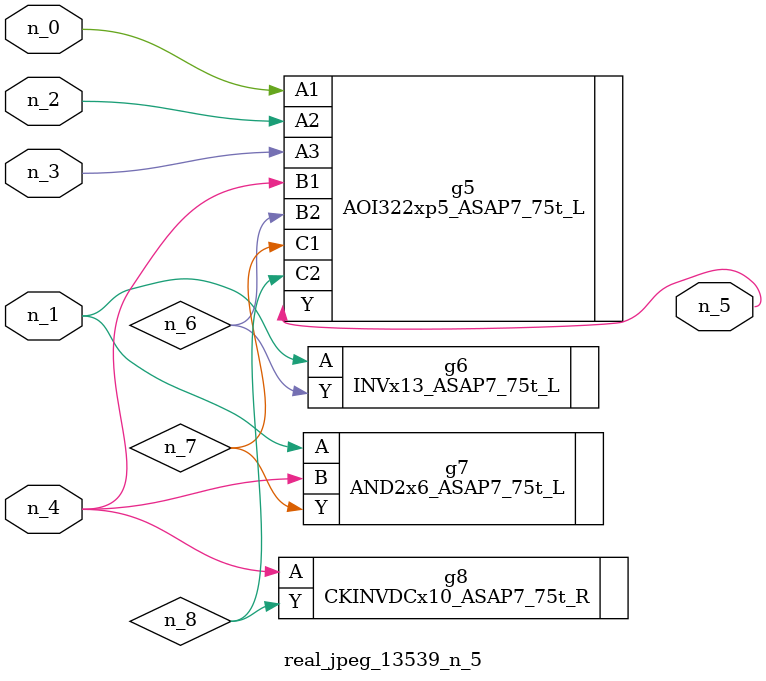
<source format=v>
module real_jpeg_13539_n_5 (n_4, n_0, n_1, n_2, n_3, n_5);

input n_4;
input n_0;
input n_1;
input n_2;
input n_3;

output n_5;

wire n_8;
wire n_6;
wire n_7;

AOI322xp5_ASAP7_75t_L g5 ( 
.A1(n_0),
.A2(n_2),
.A3(n_3),
.B1(n_4),
.B2(n_6),
.C1(n_7),
.C2(n_8),
.Y(n_5)
);

INVx13_ASAP7_75t_L g6 ( 
.A(n_1),
.Y(n_6)
);

AND2x6_ASAP7_75t_L g7 ( 
.A(n_1),
.B(n_4),
.Y(n_7)
);

CKINVDCx10_ASAP7_75t_R g8 ( 
.A(n_4),
.Y(n_8)
);


endmodule
</source>
